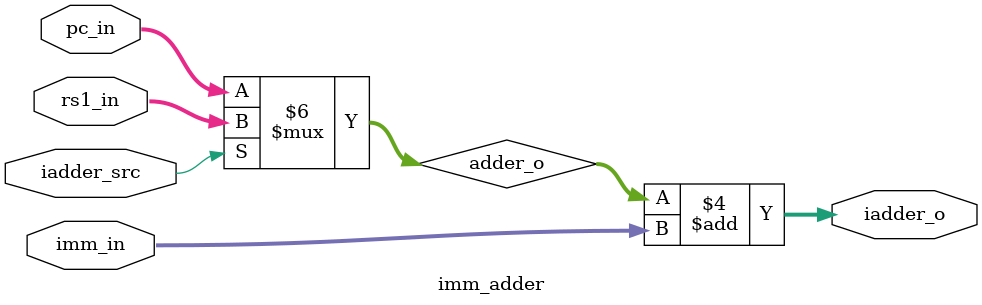
<source format=sv>
module imm_adder( 
  input iadder_src,
  input [31:0] pc_in,
  input [31:0] rs1_in,
  input [31:0] imm_in,
  output reg [31:0] iadder_o  
); 

  reg [31:0] adder_o;

  always @* begin
    if (iadder_src == 1'b0)
      adder_o = pc_in;
    else
      adder_o = rs1_in;
  end

  always @* begin
    iadder_o = adder_o + imm_in;
  end

endmodule

</source>
